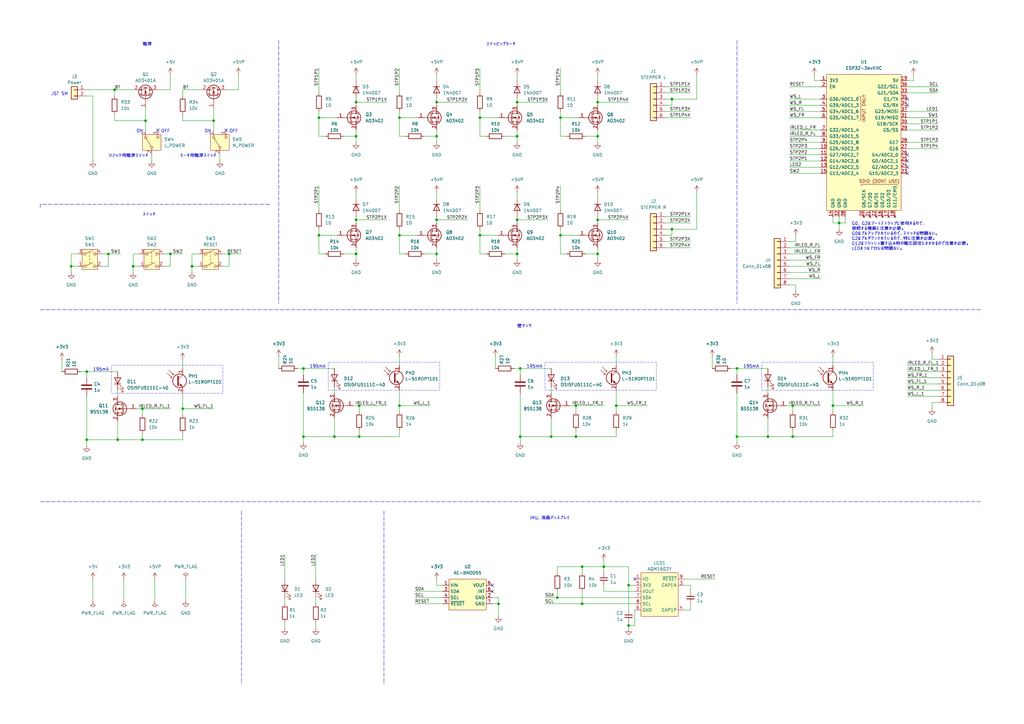
<source format=kicad_sch>
(kicad_sch (version 20250114) (generator "eeschema") (generator_version "9.0")
  (paper "A3")
  (title_block (title "2025 Stepper Micro Mouse Model-B (SPG27)") (date "2025-08-30") (rev "1") (company "Daisuke YAMASHITA"))
  (rectangle (start 45.72 149.86) (end 91.44 161.29) (stroke (width 0.1) (type dash)))
  (rectangle (start 312.42 148.59) (end 358.14 160.02) (stroke (width 0.1) (type dash)))
  (rectangle (start 223.52 148.59) (end 269.24 160.02) (stroke (width 0.1) (type dash)))
  (rectangle (start 134.62 148.59) (end 180.34 160.02) (stroke (width 0.1) (type dash)))
  (text "モータ用電源スイッチ" (at 88.9 64.77 0) (effects (font (size 1.27 1.27)) (justify right bottom)))
  (text "195mA" (at 304.8 151.13 0) (effects (font (size 1.27 1.27)) (justify left bottom)))
  (text "スイッチ" (at 58.42 88.9 0) (effects (font (size 1.27 1.27)) (justify left bottom)))
  (text "ON" (at 55.88 54.61 0) (effects (font (size 1.27 1.27)) (justify left bottom)))
  (text "OFF" (at 93.98 54.61 0) (effects (font (size 1.27 1.27)) (justify left bottom)))
  (text "JST SM" (at 27.94 39.37 0) (effects (font (size 1.27 1.27)) (justify right bottom)))
  (text "OFF" (at 66.04 54.61 0) (effects (font (size 1.27 1.27)) (justify left bottom)))
  (text "195mA" (at 215.9 151.13 0) (effects (font (size 1.27 1.27)) (justify left bottom)))
  (text "G0, G2はブートストラップに使用するので、\n接続する機器に注意が必要。\nG0はプルアップされているので、スイッチは問題ない。\nG2はプルダウンされているので、特に注意が必要。\nG12はフラッシュ書き込み時の電圧設定にかかわるので注意が必要。\nLEDをつなぐ分には問題ない。" (at 349.25 102.87 0) (effects (font (size 1.27 1.27)) (justify left bottom)))
  (text "IMU，液晶ディスプレイ" (at 217.17 213.36 0) (effects (font (size 1.27 1.27)) (justify left bottom)))
  (text "195mA" (at 127 151.13 0) (effects (font (size 1.27 1.27)) (justify left bottom)))
  (text "195mA" (at 38.1 152.4 0) (effects (font (size 1.27 1.27)) (justify left bottom)))
  (text "ロジック用電源スイッチ" (at 60.96 64.77 0) (effects (font (size 1.27 1.27)) (justify right bottom)))
  (text "ON" (at 83.82 54.61 0) (effects (font (size 1.27 1.27)) (justify left bottom)))
  (text "ステッピングモータ" (at 199.39 19.05 0) (effects (font (size 1.27 1.27)) (justify left bottom)))
  (text "電源" (at 58.42 19.05 0) (effects (font (size 1.27 1.27)) (justify left bottom)))
  (text "壁センサ" (at 212.09 134.62 0) (effects (font (size 1.27 1.27)) (justify left bottom)))
  (junction (at 59.69 49.53))
  (junction (at 212.09 90.17))
  (junction (at 245.11 41.91))
  (junction (at 87.63 49.53))
  (junction (at 212.09 41.91))
  (junction (at 247.65 232.41))
  (junction (at 124.46 151.13))
  (junction (at 147.32 166.37))
  (junction (at 257.81 240.03))
  (junction (at 245.11 90.17))
  (junction (at 78.74 109.22))
  (junction (at 229.87 96.52))
  (junction (at 44.45 104.14))
  (junction (at 344.17 91.44))
  (junction (at 302.26 179.07))
  (junction (at 179.07 41.91))
  (junction (at 196.85 96.52))
  (junction (at 147.32 179.07))
  (junction (at 124.46 179.07))
  (junction (at 58.42 167.64))
  (junction (at 46.99 36.83))
  (junction (at 252.73 166.37))
  (junction (at 212.09 104.14))
  (junction (at 245.11 104.14))
  (junction (at 275.59 93.98))
  (junction (at 212.09 55.88))
  (junction (at 48.26 180.34))
  (junction (at 29.21 109.22))
  (junction (at 213.36 151.13))
  (junction (at 179.07 90.17))
  (junction (at 228.6 245.11))
  (junction (at 245.11 55.88))
  (junction (at 130.81 96.52))
  (junction (at 93.98 104.14))
  (junction (at 213.36 179.07))
  (junction (at 236.22 179.07))
  (junction (at 35.56 180.34))
  (junction (at 130.81 48.26))
  (junction (at 163.83 96.52))
  (junction (at 238.76 247.65))
  (junction (at 314.96 179.07))
  (junction (at 325.12 166.37))
  (junction (at 196.85 48.26))
  (junction (at 302.26 151.13))
  (junction (at 325.12 179.07))
  (junction (at 163.83 166.37))
  (junction (at 236.22 166.37))
  (junction (at 146.05 41.91))
  (junction (at 74.93 167.64))
  (junction (at 275.59 40.64))
  (junction (at 54.61 109.22))
  (junction (at 146.05 104.14))
  (junction (at 163.83 48.26))
  (junction (at 146.05 90.17))
  (junction (at 204.47 247.65))
  (junction (at 179.07 55.88))
  (junction (at 58.42 180.34))
  (junction (at 179.07 104.14))
  (junction (at 238.76 232.41))
  (junction (at 137.16 179.07))
  (junction (at 69.85 104.14))
  (junction (at 226.06 179.07))
  (junction (at 341.63 166.37))
  (junction (at 35.56 152.4))
  (junction (at 257.81 256.54))
  (junction (at 146.05 55.88))
  (junction (at 229.87 48.26))
  (no_connect (at 64.77 53.34))
  (no_connect (at 372.11 40.64))
  (no_connect (at 92.71 53.34))
  (no_connect (at 372.11 71.12))
  (no_connect (at 372.11 63.5))
  (no_connect (at 372.11 68.58))
  (no_connect (at 260.35 237.49))
  (no_connect (at 201.93 242.57))
  (no_connect (at 372.11 43.18))
  (no_connect (at 372.11 66.04))
  (no_connect (at 201.93 240.03))
  (wire (pts (xy 334.01 33.02) (xy 334.01 30.48)))
  (wire (pts (xy 212.09 78.74) (xy 212.09 81.28)))
  (wire (pts (xy 74.93 49.53) (xy 87.63 49.53)))
  (wire (pts (xy 336.55 106.68) (xy 323.85 106.68)))
  (wire (pts (xy 210.82 151.13) (xy 213.36 151.13)))
  (wire (pts (xy 372.11 53.34) (xy 384.81 53.34)))
  (wire (pts (xy 374.65 33.02) (xy 374.65 30.48)))
  (wire (pts (xy 238.76 232.41) (xy 247.65 232.41)))
  (wire (pts (xy 229.87 104.14) (xy 232.41 104.14)))
  (wire (pts (xy 204.47 247.65) (xy 204.47 252.73)))
  (wire (pts (xy 247.65 240.03) (xy 247.65 242.57)))
  (wire (pts (xy 67.31 109.22) (xy 69.85 109.22)))
  (wire (pts (xy 130.81 76.2) (xy 130.81 86.36)))
  (wire (pts (xy 212.09 104.14) (xy 212.09 106.68)))
  (wire (pts (xy 323.85 66.04) (xy 336.55 66.04)))
  (wire (pts (xy 124.46 179.07) (xy 137.16 179.07)))
  (wire (pts (xy 146.05 41.91) (xy 146.05 43.18)))
  (wire (pts (xy 54.61 109.22) (xy 57.15 109.22)))
  (wire (pts (xy 372.11 45.72) (xy 384.81 45.72)))
  (wire (pts (xy 74.93 180.34) (xy 58.42 180.34)))
  (wire (pts (xy 170.18 247.65) (xy 181.61 247.65)))
  (wire (pts (xy 87.63 44.45) (xy 87.63 49.53)))
  (wire (pts (xy 163.83 160.02) (xy 163.83 166.37)))
  (wire (pts (xy 247.65 232.41) (xy 247.65 234.95)))
  (wire (pts (xy 163.83 166.37) (xy 176.53 166.37)))
  (wire (pts (xy 59.69 44.45) (xy 59.69 49.53)))
  (wire (pts (xy 64.77 36.83) (xy 69.85 36.83)))
  (wire (pts (xy 130.81 104.14) (xy 133.35 104.14)))
  (wire (pts (xy 33.02 152.4) (xy 35.56 152.4)))
  (wire (pts (xy 196.85 104.14) (xy 199.39 104.14)))
  (wire (pts (xy 41.91 104.14) (xy 44.45 104.14)))
  (wire (pts (xy 203.2 146.05) (xy 203.2 151.13)))
  (wire (pts (xy 137.16 158.75) (xy 137.16 161.29)))
  (wire (pts (xy 196.85 48.26) (xy 204.47 48.26)))
  (wire (pts (xy 245.11 101.6) (xy 245.11 104.14)))
  (wire (pts (xy 273.05 48.26) (xy 283.21 48.26)))
  (wire (pts (xy 35.56 162.56) (xy 35.56 180.34)))
  (wire (pts (xy 140.97 55.88) (xy 146.05 55.88)))
  (wire (pts (xy 213.36 179.07) (xy 213.36 181.61)))
  (wire (pts (xy 129.54 245.11) (xy 129.54 247.65)))
  (wire (pts (xy 124.46 151.13) (xy 137.16 151.13)))
  (wire (pts (xy 146.05 90.17) (xy 158.75 90.17)))
  (wire (pts (xy 326.39 99.06) (xy 326.39 96.52)))
  (wire (pts (xy 212.09 30.48) (xy 212.09 33.02)))
  (wire (pts (xy 326.39 116.84) (xy 323.85 116.84)))
  (wire (pts (xy 223.52 245.11) (xy 228.6 245.11)))
  (wire (pts (xy 228.6 245.11) (xy 260.35 245.11)))
  (wire (pts (xy 38.1 39.37) (xy 35.56 39.37)))
  (wire (pts (xy 228.6 234.95) (xy 228.6 232.41)))
  (wire (pts (xy 130.81 48.26) (xy 138.43 48.26)))
  (wire (pts (xy 336.55 111.76) (xy 323.85 111.76)))
  (wire (pts (xy 130.81 96.52) (xy 138.43 96.52)))
  (wire (pts (xy 212.09 101.6) (xy 212.09 104.14)))
  (wire (pts (xy 283.21 240.03) (xy 283.21 242.57)))
  (wire (pts (xy 74.93 36.83) (xy 74.93 39.37)))
  (wire (pts (xy 236.22 179.07) (xy 226.06 179.07)))
  (wire (pts (xy 372.11 157.48) (xy 384.81 157.48)))
  (wire (pts (xy 323.85 48.26) (xy 336.55 48.26)))
  (wire (pts (xy 226.06 171.45) (xy 226.06 179.07)))
  (wire (pts (xy 252.73 160.02) (xy 252.73 166.37)))
  (wire (pts (xy 240.03 55.88) (xy 245.11 55.88)))
  (wire (pts (xy 146.05 53.34) (xy 146.05 55.88)))
  (wire (pts (xy 323.85 60.96) (xy 336.55 60.96)))
  (wire (pts (xy 44.45 109.22) (xy 44.45 104.14)))
  (wire (pts (xy 280.67 237.49) (xy 293.37 237.49)))
  (wire (pts (xy 163.83 48.26) (xy 163.83 55.88)))
  (wire (pts (xy 273.05 45.72) (xy 283.21 45.72)))
  (wire (pts (xy 314.96 158.75) (xy 314.96 161.29)))
  (wire (pts (xy 130.81 93.98) (xy 130.81 96.52)))
  (wire (pts (xy 245.11 88.9) (xy 245.11 90.17)))
  (wire (pts (xy 323.85 99.06) (xy 326.39 99.06)))
  (wire (pts (xy 196.85 48.26) (xy 196.85 55.88)))
  (wire (pts (xy 229.87 96.52) (xy 229.87 104.14)))
  (wire (pts (xy 372.11 152.4) (xy 384.81 152.4)))
  (wire (pts (xy 238.76 247.65) (xy 260.35 247.65)))
  (wire (pts (xy 201.93 247.65) (xy 204.47 247.65)))
  (wire (pts (xy 323.85 35.56) (xy 336.55 35.56)))
  (wire (pts (xy 196.85 27.94) (xy 196.85 38.1)))
  (wire (pts (xy 179.07 237.49) (xy 179.07 240.03)))
  (wire (pts (xy 48.26 172.72) (xy 48.26 180.34)))
  (wire (pts (xy 326.39 119.38) (xy 326.39 116.84)))
  (wire (pts (xy 275.59 93.98) (xy 285.75 93.98)))
  (wire (pts (xy 233.68 166.37) (xy 236.22 166.37)))
  (wire (pts (xy 212.09 53.34) (xy 212.09 55.88)))
  (wire (pts (xy 245.11 104.14) (xy 245.11 106.68)))
  (polyline (pts (xy 16.51 205.74) (xy 402.59 205.74)) (stroke (width 0) (type dash)))
  (wire (pts (xy 146.05 101.6) (xy 146.05 104.14)))
  (wire (pts (xy 273.05 99.06) (xy 283.21 99.06)))
  (wire (pts (xy 129.54 227.33) (xy 129.54 237.49)))
  (wire (pts (xy 257.81 240.03) (xy 257.81 232.41)))
  (wire (pts (xy 170.18 242.57) (xy 181.61 242.57)))
  (wire (pts (xy 35.56 180.34) (xy 35.56 182.88)))
  (wire (pts (xy 325.12 166.37) (xy 325.12 168.91)))
  (wire (pts (xy 260.35 256.54) (xy 257.81 256.54)))
  (wire (pts (xy 38.1 39.37) (xy 38.1 66.04)))
  (wire (pts (xy 146.05 90.17) (xy 146.05 91.44)))
  (polyline (pts (xy 16.51 83.82) (xy 16.51 85.09)))
  (wire (pts (xy 257.81 240.03) (xy 260.35 240.03)))
  (wire (pts (xy 323.85 53.34) (xy 336.55 53.34)))
  (wire (pts (xy 245.11 41.91) (xy 257.81 41.91)))
  (wire (pts (xy 341.63 166.37) (xy 354.33 166.37)))
  (wire (pts (xy 325.12 166.37) (xy 336.55 166.37)))
  (wire (pts (xy 163.83 27.94) (xy 163.83 38.1)))
  (wire (pts (xy 147.32 179.07) (xy 137.16 179.07)))
  (wire (pts (xy 323.85 43.18) (xy 336.55 43.18)))
  (wire (pts (xy 257.81 240.03) (xy 257.81 250.19)))
  (wire (pts (xy 384.81 147.32) (xy 382.27 147.32)))
  (wire (pts (xy 212.09 55.88) (xy 212.09 58.42)))
  (wire (pts (xy 29.21 104.14) (xy 29.21 109.22)))
  (wire (pts (xy 252.73 179.07) (xy 236.22 179.07)))
  (wire (pts (xy 179.07 101.6) (xy 179.07 104.14)))
  (wire (pts (xy 201.93 245.11) (xy 204.47 245.11)))
  (wire (pts (xy 144.78 166.37) (xy 147.32 166.37)))
  (wire (pts (xy 179.07 40.64) (xy 179.07 41.91)))
  (wire (pts (xy 67.31 104.14) (xy 69.85 104.14)))
  (wire (pts (xy 179.07 90.17) (xy 191.77 90.17)))
  (wire (pts (xy 121.92 151.13) (xy 124.46 151.13)))
  (wire (pts (xy 245.11 40.64) (xy 245.11 41.91)))
  (wire (pts (xy 336.55 101.6) (xy 323.85 101.6)))
  (wire (pts (xy 273.05 40.64) (xy 275.59 40.64)))
  (wire (pts (xy 341.63 88.9) (xy 341.63 91.44)))
  (wire (pts (xy 372.11 50.8) (xy 384.81 50.8)))
  (wire (pts (xy 91.44 109.22) (xy 93.98 109.22)))
  (wire (pts (xy 179.07 41.91) (xy 179.07 43.18)))
  (wire (pts (xy 229.87 45.72) (xy 229.87 48.26)))
  (wire (pts (xy 212.09 40.64) (xy 212.09 41.91)))
  (wire (pts (xy 212.09 90.17) (xy 224.79 90.17)))
  (wire (pts (xy 245.11 30.48) (xy 245.11 33.02)))
  (wire (pts (xy 163.83 96.52) (xy 163.83 104.14)))
  (wire (pts (xy 229.87 55.88) (xy 232.41 55.88)))
  (wire (pts (xy 146.05 104.14) (xy 146.05 106.68)))
  (wire (pts (xy 323.85 58.42) (xy 336.55 58.42)))
  (wire (pts (xy 245.11 90.17) (xy 245.11 91.44)))
  (wire (pts (xy 382.27 147.32) (xy 382.27 144.78)))
  (wire (pts (xy 173.99 55.88) (xy 179.07 55.88)))
  (wire (pts (xy 35.56 152.4) (xy 35.56 154.94)))
  (wire (pts (xy 46.99 49.53) (xy 46.99 46.99)))
  (wire (pts (xy 302.26 151.13) (xy 302.26 153.67)))
  (wire (pts (xy 229.87 76.2) (xy 229.87 86.36)))
  (wire (pts (xy 273.05 91.44) (xy 283.21 91.44)))
  (wire (pts (xy 146.05 41.91) (xy 158.75 41.91)))
  (wire (pts (xy 196.85 96.52) (xy 204.47 96.52)))
  (wire (pts (xy 74.93 147.32) (xy 74.93 151.13)))
  (wire (pts (xy 90.17 63.5) (xy 90.17 66.04)))
  (wire (pts (xy 382.27 165.1) (xy 384.81 165.1)))
  (wire (pts (xy 163.83 104.14) (xy 166.37 104.14)))
  (wire (pts (xy 247.65 232.41) (xy 257.81 232.41)))
  (wire (pts (xy 292.1 146.05) (xy 292.1 151.13)))
  (wire (pts (xy 372.11 48.26) (xy 384.81 48.26)))
  (wire (pts (xy 196.85 96.52) (xy 196.85 104.14)))
  (wire (pts (xy 163.83 48.26) (xy 171.45 48.26)))
  (wire (pts (xy 247.65 242.57) (xy 260.35 242.57)))
  (wire (pts (xy 240.03 104.14) (xy 245.11 104.14)))
  (wire (pts (xy 207.01 104.14) (xy 212.09 104.14)))
  (wire (pts (xy 341.63 166.37) (xy 341.63 168.91)))
  (polyline (pts (xy 157.48 209.55) (xy 157.48 280.67)) (stroke (width 0) (type dash)))
  (wire (pts (xy 25.4 147.32) (xy 25.4 152.4)))
  (wire (pts (xy 46.99 49.53) (xy 59.69 49.53)))
  (wire (pts (xy 69.85 30.48) (xy 69.85 36.83)))
  (polyline (pts (xy 114.3 16.51) (xy 114.3 124.46)) (stroke (width 0) (type dash)))
  (wire (pts (xy 280.67 240.03) (xy 283.21 240.03)))
  (wire (pts (xy 163.83 176.53) (xy 163.83 179.07)))
  (wire (pts (xy 213.36 151.13) (xy 213.36 153.67)))
  (wire (pts (xy 179.07 55.88) (xy 179.07 58.42)))
  (wire (pts (xy 58.42 180.34) (xy 48.26 180.34)))
  (wire (pts (xy 124.46 151.13) (xy 124.46 153.67)))
  (wire (pts (xy 76.2 237.49) (xy 76.2 246.38)))
  (wire (pts (xy 238.76 234.95) (xy 238.76 232.41)))
  (wire (pts (xy 285.75 93.98) (xy 285.75 78.74)))
  (wire (pts (xy 226.06 158.75) (xy 226.06 161.29)))
  (wire (pts (xy 257.81 256.54) (xy 257.81 257.81)))
  (wire (pts (xy 179.07 78.74) (xy 179.07 81.28)))
  (wire (pts (xy 63.5 237.49) (xy 63.5 246.38)))
  (wire (pts (xy 323.85 68.58) (xy 336.55 68.58)))
  (wire (pts (xy 93.98 109.22) (xy 93.98 104.14)))
  (wire (pts (xy 146.05 30.48) (xy 146.05 33.02)))
  (wire (pts (xy 273.05 101.6) (xy 283.21 101.6)))
  (wire (pts (xy 323.85 55.88) (xy 336.55 55.88)))
  (wire (pts (xy 38.1 237.49) (xy 38.1 246.38)))
  (wire (pts (xy 372.11 58.42) (xy 384.81 58.42)))
  (wire (pts (xy 35.56 152.4) (xy 48.26 152.4)))
  (wire (pts (xy 146.05 78.74) (xy 146.05 81.28)))
  (wire (pts (xy 124.46 179.07) (xy 124.46 181.61)))
  (wire (pts (xy 58.42 167.64) (xy 58.42 170.18)))
  (wire (pts (xy 116.84 255.27) (xy 116.84 257.81)))
  (wire (pts (xy 62.23 63.5) (xy 62.23 66.04)))
  (wire (pts (xy 245.11 90.17) (xy 257.81 90.17)))
  (wire (pts (xy 213.36 151.13) (xy 226.06 151.13)))
  (wire (pts (xy 130.81 45.72) (xy 130.81 48.26)))
  (wire (pts (xy 336.55 33.02) (xy 334.01 33.02)))
  (wire (pts (xy 44.45 104.14) (xy 49.53 104.14)))
  (wire (pts (xy 196.85 45.72) (xy 196.85 48.26)))
  (wire (pts (xy 372.11 38.1) (xy 384.81 38.1)))
  (wire (pts (xy 273.05 93.98) (xy 275.59 93.98)))
  (polyline (pts (xy 99.06 209.55) (xy 99.06 280.67)) (stroke (width 0) (type dash)))
  (wire (pts (xy 212.09 88.9) (xy 212.09 90.17)))
  (wire (pts (xy 46.99 36.83) (xy 54.61 36.83)))
  (wire (pts (xy 229.87 96.52) (xy 237.49 96.52)))
  (wire (pts (xy 346.71 91.44) (xy 344.17 91.44)))
  (wire (pts (xy 336.55 109.22) (xy 323.85 109.22)))
  (wire (pts (xy 245.11 41.91) (xy 245.11 43.18)))
  (wire (pts (xy 78.74 111.76) (xy 78.74 109.22)))
  (polyline (pts (xy 110.49 83.82) (xy 16.51 83.82)) (stroke (width 0) (type dash)))
  (wire (pts (xy 163.83 45.72) (xy 163.83 48.26)))
  (wire (pts (xy 257.81 255.27) (xy 257.81 256.54)))
  (wire (pts (xy 275.59 40.64) (xy 285.75 40.64)))
  (wire (pts (xy 146.05 40.64) (xy 146.05 41.91)))
  (wire (pts (xy 54.61 104.14) (xy 54.61 109.22)))
  (wire (pts (xy 58.42 177.8) (xy 58.42 180.34)))
  (wire (pts (xy 163.83 96.52) (xy 171.45 96.52)))
  (wire (pts (xy 78.74 109.22) (xy 81.28 109.22)))
  (wire (pts (xy 336.55 114.3) (xy 323.85 114.3)))
  (wire (pts (xy 344.17 91.44) (xy 344.17 93.98)))
  (wire (pts (xy 229.87 27.94) (xy 229.87 38.1)))
  (wire (pts (xy 323.85 71.12) (xy 336.55 71.12)))
  (wire (pts (xy 280.67 250.19) (xy 283.21 250.19)))
  (wire (pts (xy 223.52 247.65) (xy 238.76 247.65)))
  (wire (pts (xy 146.05 55.88) (xy 146.05 58.42)))
  (wire (pts (xy 74.93 161.29) (xy 74.93 167.64)))
  (wire (pts (xy 196.85 76.2) (xy 196.85 86.36)))
  (wire (pts (xy 41.91 109.22) (xy 44.45 109.22)))
  (wire (pts (xy 179.07 41.91) (xy 191.77 41.91)))
  (wire (pts (xy 46.99 36.83) (xy 46.99 39.37)))
  (wire (pts (xy 130.81 96.52) (xy 130.81 104.14)))
  (wire (pts (xy 31.75 104.14) (xy 29.21 104.14)))
  (wire (pts (xy 346.71 88.9) (xy 346.71 91.44)))
  (wire (pts (xy 372.11 60.96) (xy 384.81 60.96)))
  (wire (pts (xy 55.88 167.64) (xy 58.42 167.64)))
  (wire (pts (xy 372.11 162.56) (xy 384.81 162.56)))
  (wire (pts (xy 147.32 166.37) (xy 158.75 166.37)))
  (wire (pts (xy 322.58 166.37) (xy 325.12 166.37)))
  (wire (pts (xy 228.6 232.41) (xy 238.76 232.41)))
  (wire (pts (xy 81.28 104.14) (xy 78.74 104.14)))
  (wire (pts (xy 147.32 176.53) (xy 147.32 179.07)))
  (wire (pts (xy 213.36 161.29) (xy 213.36 179.07)))
  (wire (pts (xy 273.05 35.56) (xy 283.21 35.56)))
  (wire (pts (xy 29.21 111.76) (xy 29.21 109.22)))
  (wire (pts (xy 124.46 161.29) (xy 124.46 179.07)))
  (wire (pts (xy 58.42 167.64) (xy 69.85 167.64)))
  (wire (pts (xy 325.12 179.07) (xy 314.96 179.07)))
  (wire (pts (xy 245.11 53.34) (xy 245.11 55.88)))
  (wire (pts (xy 87.63 49.53) (xy 87.63 53.34)))
  (wire (pts (xy 146.05 88.9) (xy 146.05 90.17)))
  (wire (pts (xy 163.83 179.07) (xy 147.32 179.07)))
  (wire (pts (xy 273.05 96.52) (xy 275.59 96.52)))
  (wire (pts (xy 341.63 91.44) (xy 344.17 91.44)))
  (wire (pts (xy 50.8 237.49) (xy 50.8 246.38)))
  (wire (pts (xy 252.73 166.37) (xy 252.73 168.91)))
  (wire (pts (xy 302.26 179.07) (xy 314.96 179.07)))
  (wire (pts (xy 236.22 176.53) (xy 236.22 179.07)))
  (wire (pts (xy 74.93 167.64) (xy 74.93 170.18)))
  (wire (pts (xy 341.63 179.07) (xy 325.12 179.07)))
  (wire (pts (xy 130.81 48.26) (xy 130.81 55.88)))
  (wire (pts (xy 372.11 149.86) (xy 384.81 149.86)))
  (wire (pts (xy 179.07 53.34) (xy 179.07 55.88)))
  (wire (pts (xy 275.59 43.18) (xy 275.59 40.64)))
  (wire (pts (xy 137.16 171.45) (xy 137.16 179.07)))
  (wire (pts (xy 273.05 88.9) (xy 283.21 88.9)))
  (wire (pts (xy 78.74 104.14) (xy 78.74 109.22)))
  (wire (pts (xy 314.96 171.45) (xy 314.96 179.07)))
  (wire (pts (xy 336.55 104.14) (xy 323.85 104.14)))
  (wire (pts (xy 238.76 242.57) (xy 238.76 247.65)))
  (wire (pts (xy 229.87 48.26) (xy 229.87 55.88)))
  (wire (pts (xy 302.26 151.13) (xy 314.96 151.13)))
  (wire (pts (xy 382.27 167.64) (xy 382.27 165.1)))
  (wire (pts (xy 252.73 176.53) (xy 252.73 179.07)))
  (wire (pts (xy 204.47 245.11) (xy 204.47 247.65)))
  (wire (pts (xy 130.81 55.88) (xy 133.35 55.88)))
  (wire (pts (xy 179.07 30.48) (xy 179.07 33.02)))
  (wire (pts (xy 163.83 166.37) (xy 163.83 168.91)))
  (wire (pts (xy 341.63 146.05) (xy 341.63 149.86)))
  (wire (pts (xy 302.26 161.29) (xy 302.26 179.07)))
  (wire (pts (xy 228.6 242.57) (xy 228.6 245.11)))
  (wire (pts (xy 212.09 90.17) (xy 212.09 91.44)))
  (wire (pts (xy 57.15 104.14) (xy 54.61 104.14)))
  (wire (pts (xy 170.18 245.11) (xy 181.61 245.11)))
  (wire (pts (xy 229.87 48.26) (xy 237.49 48.26)))
  (wire (pts (xy 163.83 146.05) (xy 163.83 149.86)))
  (wire (pts (xy 116.84 227.33) (xy 116.84 237.49)))
  (wire (pts (xy 54.61 111.76) (xy 54.61 109.22)))
  (wire (pts (xy 179.07 104.14) (xy 179.07 106.68)))
  (wire (pts (xy 325.12 176.53) (xy 325.12 179.07)))
  (wire (pts (xy 372.11 154.94) (xy 384.81 154.94)))
  (wire (pts (xy 116.84 245.11) (xy 116.84 247.65)))
  (wire (pts (xy 302.26 179.07) (xy 302.26 181.61)))
  (wire (pts (xy 252.73 166.37) (xy 265.43 166.37)))
  (wire (pts (xy 285.75 30.48) (xy 285.75 40.64)))
  (wire (pts (xy 245.11 78.74) (xy 245.11 81.28)))
  (polyline (pts (xy 16.51 127) (xy 402.59 127)) (stroke (width 0) (type dash)))
  (wire (pts (xy 372.11 160.02) (xy 384.81 160.02)))
  (wire (pts (xy 273.05 38.1) (xy 283.21 38.1)))
  (wire (pts (xy 372.11 35.56) (xy 384.81 35.56)))
  (wire (pts (xy 323.85 40.64) (xy 336.55 40.64)))
  (wire (pts (xy 97.79 30.48) (xy 97.79 36.83)))
  (wire (pts (xy 59.69 49.53) (xy 59.69 53.34)))
  (wire (pts (xy 69.85 109.22) (xy 69.85 104.14)))
  (wire (pts (xy 130.81 27.94) (xy 130.81 38.1)))
  (wire (pts (xy 92.71 36.83) (xy 97.79 36.83)))
  (wire (pts (xy 93.98 104.14) (xy 99.06 104.14)))
  (wire (pts (xy 29.21 109.22) (xy 31.75 109.22)))
  (wire (pts (xy 247.65 229.87) (xy 247.65 232.41)))
  (wire (pts (xy 163.83 93.98) (xy 163.83 96.52)))
  (wire (pts (xy 283.21 250.19) (xy 283.21 247.65)))
  (wire (pts (xy 140.97 104.14) (xy 146.05 104.14)))
  (wire (pts (xy 252.73 146.05) (xy 252.73 149.86)))
  (wire (pts (xy 323.85 63.5) (xy 336.55 63.5)))
  (wire (pts (xy 181.61 240.03) (xy 179.07 240.03)))
  (wire (pts (xy 299.72 151.13) (xy 302.26 151.13)))
  (wire (pts (xy 229.87 93.98) (xy 229.87 96.52)))
  (wire (pts (xy 163.83 55.88) (xy 166.37 55.88)))
  (wire (pts (xy 196.85 93.98) (xy 196.85 96.52)))
  (wire (pts (xy 179.07 90.17) (xy 179.07 91.44)))
  (wire (pts (xy 69.85 104.14) (xy 74.93 104.14)))
  (wire (pts (xy 245.11 55.88) (xy 245.11 58.42)))
  (wire (pts (xy 213.36 179.07) (xy 226.06 179.07)))
  (wire (pts (xy 273.05 43.18) (xy 275.59 43.18)))
  (wire (pts (xy 48.26 160.02) (xy 48.26 162.56)))
  (wire (pts (xy 163.83 76.2) (xy 163.83 86.36)))
  (wire (pts (xy 173.99 104.14) (xy 179.07 104.14)))
  (wire (pts (xy 35.56 36.83) (xy 46.99 36.83)))
  (wire (pts (xy 74.93 167.64) (xy 87.63 167.64)))
  (wire (pts (xy 35.56 180.34) (xy 48.26 180.34)))
  (wire (pts (xy 260.35 250.19) (xy 260.35 256.54)))
  (wire (pts (xy 114.3 146.05) (xy 114.3 151.13)))
  (wire (pts (xy 212.09 41.91) (xy 224.79 41.91)))
  (wire (pts (xy 147.32 166.37) (xy 147.32 168.91)))
  (wire (pts (xy 323.85 45.72) (xy 336.55 45.72)))
  (wire (pts (xy 74.93 46.99) (xy 74.93 49.53)))
  (wire (pts (xy 129.54 255.27) (xy 129.54 257.81)))
  (wire (pts (xy 344.17 88.9) (xy 344.17 91.44)))
  (wire (pts (xy 236.22 166.37) (xy 247.65 166.37)))
  (wire (pts (xy 196.85 55.88) (xy 199.39 55.88)))
  (wire (pts (xy 341.63 160.02) (xy 341.63 166.37)))
  (wire (pts (xy 341.63 176.53) (xy 341.63 179.07)))
  (wire (pts (xy 207.01 55.88) (xy 212.09 55.88)))
  (wire (pts (xy 212.09 41.91) (xy 212.09 43.18)))
  (wire (pts (xy 236.22 166.37) (xy 236.22 168.91)))
  (wire (pts (xy 91.44 104.14) (xy 93.98 104.14)))
  (wire (pts (xy 275.59 96.52) (xy 275.59 93.98)))
  (wire (pts (xy 74.93 36.83) (xy 82.55 36.83)))
  (wire (pts (xy 179.07 88.9) (xy 179.07 90.17)))
  (polyline (pts (xy 302.26 16.51) (xy 302.26 124.46)) (stroke (width 0) (type dash)))
  (wire (pts (xy 372.11 33.02) (xy 374.65 33.02)))
  (wire (pts (xy 74.93 177.8) (xy 74.93 180.34)))
  (label "WS_R" (at 336.55 111.76 180))
  (label "STP1P1X" (at 158.75 41.91 180))
  (label "IRLED_L_FR_1" (at 247.65 166.37 180))
  (label "WS_FR" (at 336.55 106.68 180))
  (label "WS_FL_1" (at 87.63 167.64 180))
  (label "SDA" (at 170.18 242.57 0))
  (label "WS_L" (at 336.55 114.3 180))
  (label "STP1P4X" (at 283.21 48.26 180))
  (label "STP2P3" (at 323.85 60.96 0))
  (label "WS_L" (at 323.85 40.64 0))
  (label "SW2" (at 74.93 104.14 180))
  (label "STP1P2" (at 163.83 27.94 270))
  (label "STP1P1" (at 384.81 50.8 180))
  (label "WS_R" (at 323.85 43.18 0))
  (label "LED1" (at 116.84 227.33 270))
  (label "STP1P3" (at 196.85 27.94 270))
  (label "IRLED_L_FR_1" (at 158.75 166.37 180))
  (label "STP2P4X" (at 283.21 101.6 180))
  (label "SCL" (at 223.52 247.65 0))
  (label "IRLED_L_FR" (at 336.55 104.14 180))
  (label "LED1" (at 384.81 45.72 180))
  (label "SDA" (at 223.52 245.11 0))
  (label "IRLED_R_FL_1" (at 336.55 166.37 180))
  (label "WS_FL" (at 323.85 45.72 0))
  (label "STP2P3" (at 196.85 76.2 270))
  (label "BT" (at 46.99 36.83 0))
  (label "SW1" (at 384.81 48.26 180))
  (label "STP1P4" (at 384.81 60.96 180))
  (label "IRLED_R_FL" (at 336.55 101.6 180))
  (label "STP1P2" (at 384.81 53.34 180))
  (label "STP1P2X" (at 191.77 41.91 180))
  (label "IRLED_R_FL_1" (at 372.11 149.86 0))
  (label "STP2P1" (at 323.85 66.04 0))
  (label "STP1P3" (at 384.81 58.42 180))
  (label "SW1" (at 49.53 104.14 180))
  (label "STP1P3X" (at 224.79 41.91 180))
  (label "RESET" (at 99.06 104.14 180))
  (label "STP2P2X" (at 191.77 90.17 180))
  (label "RESET" (at 170.18 247.65 0))
  (label "WS_FR_1" (at 372.11 154.94 0))
  (label "STP1P1X" (at 283.21 35.56 180))
  (label "WS_R_1" (at 354.33 166.37 180))
  (label "SCL" (at 170.18 245.11 0))
  (label "WS_FR_1" (at 265.43 166.37 180))
  (label "IRLED_R_FL" (at 323.85 55.88 0))
  (label "WS_FL" (at 336.55 109.22 180))
  (label "WS_FR" (at 323.85 48.26 0))
  (label "BT" (at 74.93 36.83 0))
  (label "STP2P1X" (at 158.75 90.17 180))
  (label "RESET" (at 323.85 35.56 0))
  (label "WS_FL_1" (at 372.11 157.48 0))
  (label "STP2P4" (at 323.85 58.42 0))
  (label "STP1P3X" (at 283.21 45.72 180))
  (label "STP2P1" (at 130.81 76.2 270))
  (label "STP2P4" (at 229.87 76.2 270))
  (label "WS_R_1" (at 372.11 160.02 0))
  (label "SW2" (at 323.85 71.12 0))
  (label "STP2P2" (at 163.83 76.2 270))
  (label "SDA" (at 384.81 38.1 180))
  (label "STP2P4X" (at 257.81 90.17 180))
  (label "IRLED_R_FL_1" (at 69.85 167.64 180))
  (label "RESET" (at 293.37 237.49 180))
  (label "WS_L_1" (at 372.11 162.56 0))
  (label "STP2P2X" (at 283.21 91.44 180))
  (label "STP2P3X" (at 224.79 90.17 180))
  (label "SCL" (at 384.81 35.56 180))
  (label "STP2P2" (at 323.85 63.5 0))
  (label "WS_L_1" (at 176.53 166.37 180))
  (label "LED2" (at 323.85 68.58 0))
  (label "STP1P2X" (at 283.21 38.1 180))
  (label "IRLED_L_FR_1" (at 372.11 152.4 0))
  (label "STP2P1X" (at 283.21 88.9 180))
  (label "LED2" (at 129.54 227.33 270))
  (label "STP2P3X" (at 283.21 99.06 180))
  (label "STP1P4X" (at 257.81 41.91 180))
  (label "STP1P1" (at 130.81 27.94 270))
  (label "IRLED_L_FR" (at 323.85 53.34 0))
  (label "STP1P4" (at 229.87 27.94 270))
  (symbol (lib_id "Device:R") (at 147.32 172.72 0) (unit 1)
    (property "Reference" "R25" (at 149.86 171.45 0) (effects (justify left)))
    (property "Value" "10k" (at 149.86 173.99 0) (effects (justify left)))
    (property "Footprint" "Resistor_SMD:R_0603_1608Metric" (effects (hide yes)))
  )
  (symbol (lib_id "Device:R") (at 46.99 43.18 0) (unit 1)
    (property "Reference" "R33" (at 49.53 41.91 0) (effects (justify left)))
    (property "Value" "10k" (at 49.53 44.45 0) (effects (justify left)))
    (property "Footprint" "Resistor_SMD:R_0603_1608Metric" (effects (hide yes)))
  )
  (symbol (lib_id "Device:R") (at 170.18 104.14 270) (unit 1)
    (property "Reference" "R16" (at 170.18 99.06 90))
    (property "Value" "10k" (at 170.18 101.6 90))
    (property "Footprint" "Resistor_SMD:R_0603_1608Metric" (effects (hide yes)))
  )
  (symbol (lib_name "+5VP_1") (lib_id "power:+5VP") (at 285.75 78.74 0) (unit 1)
    (property "Reference" "#PWR013" (effects (hide yes)))
    (property "Value" "+5VP" (at 285.75 73.66 0))
    (property "Description" "Power symbol creates a global label with name \"+5VP\"" (effects (hide yes)))
  )
  (symbol (lib_name "+5VP_1") (lib_id "power:+5VP") (at 245.11 30.48 0) (unit 1)
    (property "Reference" "#PWR031" (effects (hide yes)))
    (property "Value" "+5VP" (at 245.11 25.4 0))
    (property "Description" "Power symbol creates a global label with name \"+5VP\"" (effects (hide yes)))
  )
  (symbol (lib_name "GND_1") (lib_id "power:GND") (at 179.07 58.42 0) (unit 1)
    (property "Reference" "#PWR026" (effects (hide yes)))
    (property "Value" "GND" (at 179.07 63.5 0))
    (property "Description" "Power symbol creates a global label with name \"GND\" , ground" (effects (hide yes)))
  )
  (symbol (lib_id "Device:R") (at 236.22 172.72 0) (unit 1)
    (property "Reference" "R28" (at 238.76 171.45 0) (effects (justify left)))
    (property "Value" "10k" (at 238.76 173.99 0) (effects (justify left)))
    (property "Footprint" "Resistor_SMD:R_0603_1608Metric" (effects (hide yes)))
  )
  (symbol (lib_name "GND_1") (lib_id "power:GND") (at 124.46 181.61 0) (unit 1)
    (property "Reference" "#PWR044" (effects (hide yes)))
    (property "Value" "GND" (at 124.46 186.69 0))
    (property "Description" "Power symbol creates a global label with name \"GND\" , ground" (effects (hide yes)))
  )
  (symbol (lib_id "Device:R") (at 58.42 173.99 0) (unit 1)
    (property "Reference" "R22" (at 60.96 172.72 0) (effects (justify left)))
    (property "Value" "10k" (at 60.96 175.26 0) (effects (justify left)))
    (property "Footprint" "Resistor_SMD:R_0603_1608Metric" (effects (hide yes)))
  )
  (symbol (lib_id "Device:R") (at 74.93 43.18 0) (unit 1)
    (property "Reference" "R34" (at 77.47 41.91 0) (effects (justify left)))
    (property "Value" "10k" (at 77.47 44.45 0) (effects (justify left)))
    (property "Footprint" "Resistor_SMD:R_0603_1608Metric" (effects (hide yes)))
  )
  (symbol (lib_name "+3V3_1") (lib_id "power:+3V3") (at 292.1 146.05 0) (unit 1)
    (property "Reference" "#PWR049" (effects (hide yes)))
    (property "Value" "+3V3" (at 292.1 140.97 0))
    (property "Description" "Power symbol creates a global label with name \"+3V3\"" (effects (hide yes)))
  )
  (symbol (lib_id "Device:R") (at 341.63 172.72 0) (unit 1)
    (property "Reference" "R32" (at 344.17 171.45 0) (effects (justify left)))
    (property "Value" "1k" (at 344.17 173.99 0) (effects (justify left)))
    (property "Footprint" "Resistor_SMD:R_0603_1608Metric" (effects (hide yes)))
  )
  (symbol (lib_name "GND_1") (lib_id "power:GND") (at 76.2 246.38 0) (unit 1)
    (property "Reference" "#PWR012" (effects (hide yes)))
    (property "Value" "GND" (at 76.2 251.46 0))
    (property "Description" "Power symbol creates a global label with name \"GND\" , ground" (effects (hide yes)))
  )
  (symbol (lib_name "GND_1") (lib_id "power:GND") (at 245.11 58.42 0) (unit 1)
    (property "Reference" "#PWR030" (effects (hide yes)))
    (property "Value" "GND" (at 245.11 63.5 0))
    (property "Description" "Power symbol creates a global label with name \"GND\" , ground" (effects (hide yes)))
  )
  (symbol (lib_id "Device:D") (at 179.07 85.09 270) (unit 1)
    (property "Reference" "D8" (at 181.61 83.82 90) (effects (justify left)))
    (property "Value" "1N4007" (at 181.61 86.36 90) (effects (justify left)))
    (property "Footprint" "Diode_SMD:D_SOD-123F" (effects (hide yes)))
    (property "Sim.Device" "D" (effects (hide yes)))
    (property "Sim.Pins" "1=K 2=A" (effects (hide yes)))
  )
  (symbol (lib_id "Device:R") (at 29.21 152.4 90) (unit 1)
    (property "Reference" "R21" (at 27.9979 150.622 0) (effects (justify left)))
    (property "Value" "10" (at 30.4221 150.622 0) (effects (justify left)))
    (property "Footprint" "Resistor_SMD:R_0603_1608Metric" (effects (hide yes)))
  )
  (symbol (lib_name "+3V3_1") (lib_id "power:+3V3") (at 50.8 237.49 0) (unit 1)
    (property "Reference" "#PWR050" (effects (hide yes)))
    (property "Value" "+3V3" (at 50.8 232.41 0))
    (property "Description" "Power symbol creates a global label with name \"+3V3\"" (effects (hide yes)))
  )
  (symbol (lib_name "+5VP_1") (lib_id "power:+5VP") (at 63.5 237.49 0) (unit 1)
    (property "Reference" "#PWR023" (effects (hide yes)))
    (property "Value" "+5VP" (at 63.5 232.41 0))
    (property "Description" "Power symbol creates a global label with name \"+5VP\"" (effects (hide yes)))
  )
  (symbol (lib_name "LED_1") (lib_id "Device:LED") (at 226.06 154.94 90) (unit 1)
    (property "Reference" "D13" (at 229.87 155.2574 90) (effects (justify right)))
    (property "Value" "OSI5FU5111C-40" (at 229.87 157.7974 90) (effects (justify right)))
    (property "Footprint" "LED_THT:LED_D5.0mm_Horizontal_O3.81mm_Z9.0mm" (effects (hide yes)))
    (property "Description" "Light emitting diode" (effects (hide yes)))
    (property "Sim.Pins" "1=K 2=A" (effects (hide yes)))
  )
  (symbol (lib_id "Device:D") (at 212.09 85.09 270) (unit 1)
    (property "Reference" "D9" (at 214.63 83.82 90) (effects (justify left)))
    (property "Value" "1N4007" (at 214.63 86.36 90) (effects (justify left)))
    (property "Footprint" "Diode_SMD:D_SOD-123F" (effects (hide yes)))
    (property "Sim.Device" "D" (effects (hide yes)))
    (property "Sim.Pins" "1=K 2=A" (effects (hide yes)))
  )
  (symbol (lib_name "LED_1") (lib_id "Device:LED") (at 48.26 156.21 90) (unit 1)
    (property "Reference" "D11" (at 52.07 156.5274 90) (effects (justify right)))
    (property "Value" "OSI5FU5111C-40" (at 52.07 159.0674 90) (effects (justify right)))
    (property "Footprint" "LED_THT:LED_D5.0mm_Horizontal_O3.81mm_Z9.0mm" (effects (hide yes)))
    (property "Description" "Light emitting diode" (effects (hide yes)))
    (property "Sim.Pins" "1=K 2=A" (effects (hide yes)))
  )
  (symbol (lib_name "+5VP_1") (lib_id "power:+5VP") (at 179.07 78.74 0) (unit 1)
    (property "Reference" "#PWR035" (effects (hide yes)))
    (property "Value" "+5VP" (at 179.07 73.66 0))
    (property "Description" "Power symbol creates a global label with name \"+5VP\"" (effects (hide yes)))
  )
  (symbol (lib_id "power:PWR_FLAG") (at 50.8 246.38 180) (unit 1)
    (property "Reference" "#FLG02" (effects (hide yes)))
    (property "Value" "PWR_FLAG" (at 50.8 251.46 0))
  )
  (symbol (lib_id "Device:R") (at 229.87 41.91 180) (unit 1)
    (property "Reference" "R11" (at 232.41 40.64 0) (effects (justify right)))
    (property "Value" "10" (at 232.41 43.18 0) (effects (justify right)))
    (property "Footprint" "Resistor_SMD:R_0603_1608Metric" (effects (hide yes)))
  )
  (symbol (lib_id "Transistor_FET:Q_NMOS_GSD") (at 209.55 48.26 0) (unit 1)
    (property "Reference" "Q5" (at 215.9 46.9899 0) (effects (justify left)))
    (property "Value" "AO3402" (at 215.9 49.5299 0) (effects (justify left)))
    (property "Footprint" "Package_TO_SOT_SMD:SOT-23" (effects (hide yes)))
    (property "Description" "N-MOSFET transistor, gate/source/drain" (effects (hide yes)))
  )
  (symbol (lib_id "Switch:SW_SPDT") (at 90.17 58.42 90) (unit 1)
    (property "Reference" "SW5" (at 95.25 57.1499 90) (effects (justify right)))
    (property "Value" "M_POWER" (at 95.25 59.6899 90) (effects (justify right)))
    (property "Footprint" "MyLib:SS12D01G4" (effects (hide yes)))
    (property "Description" "Switch, single pole double throw" (effects (hide yes)))
  )
  (symbol (lib_id "Device:R") (at 137.16 104.14 270) (unit 1)
    (property "Reference" "R14" (at 137.16 99.06 90))
    (property "Value" "10k" (at 137.16 101.6 90))
    (property "Footprint" "Resistor_SMD:R_0603_1608Metric" (effects (hide yes)))
  )
  (symbol (lib_id "Connector_Generic:Conn_01x08") (at 318.77 106.68 0) (mirror y) (unit 1)
    (property "Reference" "J4" (at 316.23 106.6799 0) (effects (justify left)))
    (property "Value" "Conn_01x08" (at 316.23 109.2199 0) (effects (justify left)))
    (property "Footprint" "Connector_PinSocket_2.54mm:PinSocket_1x08_P2.54mm_Vertical" (effects (hide yes)))
    (property "Description" "Generic connector, single row, 01x08, script generated (kicad-library-utils/schlib/autogen/connector/)" (effects (hide yes)))
  )
  (symbol (lib_id "Device:Q_Photo_NPN") (at 339.09 154.94 0) (unit 1)
    (property "Reference" "PH4" (at 343.9414 152.9786 0) (effects (justify left)))
    (property "Value" "L-51ROPT1D1" (at 343.9414 155.4028 0) (effects (justify left)))
    (property "Footprint" "LED_THT:LED_D5.0mm_Horizontal_O6.35mm_Z15.0mm" (effects (hide yes)))
  )
  (symbol (lib_id "Device:C_Small") (at 247.65 237.49 0) (unit 1)
    (property "Reference" "C1" (at 250.19 236.2263 0) (effects (justify left)))
    (property "Value" "1u" (at 250.19 238.7663 0) (effects (justify left)))
    (property "Footprint" "Capacitor_SMD:C_0603_1608Metric" (effects (hide yes)))
  )
  (symbol (lib_id "Device:R") (at 295.91 151.13 90) (unit 1)
    (property "Reference" "R30" (at 294.6979 149.352 0) (effects (justify left)))
    (property "Value" "10" (at 297.1221 149.352 0) (effects (justify left)))
    (property "Footprint" "Resistor_SMD:R_0603_1608Metric" (effects (hide yes)))
  )
  (symbol (lib_id "Device:R") (at 116.84 251.46 180) (unit 1)
    (property "Reference" "R1" (at 118.618 250.2479 0) (effects (justify right)))
    (property "Value" "1k" (at 118.618 252.6721 0) (effects (justify right)))
    (property "Footprint" "Resistor_SMD:R_0603_1608Metric" (effects (hide yes)))
  )
  (symbol (lib_id "Device:C_Small") (at 257.81 252.73 0) (mirror y) (unit 1)
    (property "Reference" "C2" (at 255.4859 251.5242 0) (effects (justify left)))
    (property "Value" "1u" (at 255.4859 253.9484 0) (effects (justify left)))
    (property "Footprint" "Capacitor_SMD:C_0603_1608Metric" (effects (hide yes)))
  )
  (symbol (lib_id "MyLib2:AE-BNO055") (at 191.77 242.57 0) (unit 1)
    (property "Reference" "U2" (at 191.77 232.41 0))
    (property "Value" "AE-BNO055" (at 191.77 234.95 0))
    (property "Footprint" "MyLib:AE-BNO055" (effects (hide yes)))
  )
  (symbol (lib_id "Device:R") (at 229.87 90.17 180) (unit 1)
    (property "Reference" "R19" (at 232.41 88.9 0) (effects (justify right)))
    (property "Value" "10" (at 232.41 91.44 0) (effects (justify right)))
    (property "Footprint" "Resistor_SMD:R_0603_1608Metric" (effects (hide yes)))
  )
  (symbol (lib_name "GND_1") (lib_id "power:GND") (at 245.11 106.68 0) (unit 1)
    (property "Reference" "#PWR038" (effects (hide yes)))
    (property "Value" "GND" (at 245.11 111.76 0))
    (property "Description" "Power symbol creates a global label with name \"GND\" , ground" (effects (hide yes)))
  )
  (symbol (lib_name "GND_1") (lib_id "power:GND") (at 213.36 181.61 0) (unit 1)
    (property "Reference" "#PWR045" (effects (hide yes)))
    (property "Value" "GND" (at 213.36 186.69 0))
    (property "Description" "Power symbol creates a global label with name \"GND\" , ground" (effects (hide yes)))
  )
  (symbol (lib_name "LED_2") (lib_id "Device:LED") (at 116.84 241.3 90) (unit 1)
    (property "Reference" "D1" (at 120.65 241.6174 90) (effects (justify right)))
    (property "Value" "LED" (at 120.65 244.1574 90) (effects (justify right)))
    (property "Footprint" "LED_THT:LED_D5.0mm" (effects (hide yes)))
    (property "Description" "Light emitting diode" (effects (hide yes)))
    (property "Sim.Pins" "1=K 2=A" (effects (hide yes)))
  )
  (symbol (lib_id "Device:R") (at 325.12 172.72 0) (unit 1)
    (property "Reference" "R31" (at 327.66 171.45 0) (effects (justify left)))
    (property "Value" "10k" (at 327.66 173.99 0) (effects (justify left)))
    (property "Footprint" "Resistor_SMD:R_0603_1608Metric" (effects (hide yes)))
  )
  (symbol (lib_id "Device:R") (at 252.73 172.72 0) (unit 1)
    (property "Reference" "R29" (at 255.27 171.45 0) (effects (justify left)))
    (property "Value" "1k" (at 255.27 173.99 0) (effects (justify left)))
    (property "Footprint" "Resistor_SMD:R_0603_1608Metric" (effects (hide yes)))
  )
  (symbol (lib_name "+5VP_1") (lib_id "power:+5VP") (at 285.75 30.48 0) (unit 1)
    (property "Reference" "#PWR09" (effects (hide yes)))
    (property "Value" "+5VP" (at 285.75 25.4 0))
    (property "Description" "Power symbol creates a global label with name \"+5VP\"" (effects (hide yes)))
  )
  (symbol (lib_name "+5VP_1") (lib_id "power:+5VP") (at 245.11 78.74 0) (unit 1)
    (property "Reference" "#PWR039" (effects (hide yes)))
    (property "Value" "+5VP" (at 245.11 73.66 0))
    (property "Description" "Power symbol creates a global label with name \"+5VP\"" (effects (hide yes)))
  )
  (symbol (lib_id "Device:R") (at 74.93 173.99 0) (unit 1)
    (property "Reference" "R23" (at 77.47 172.72 0) (effects (justify left)))
    (property "Value" "1k" (at 77.47 175.26 0) (effects (justify left)))
    (property "Footprint" "Resistor_SMD:R_0603_1608Metric" (effects (hide yes)))
  )
  (symbol (lib_id "Transistor_FET:Q_PMOS_GSD") (at 87.63 39.37 270) (mirror x) (unit 1)
    (property "Reference" "Q2" (at 87.63 30.48 90))
    (property "Value" "AO3401A" (at 87.63 33.02 90))
    (property "Footprint" "Package_TO_SOT_SMD:SOT-23" (effects (hide yes)))
    (property "Description" "P-MOSFET transistor, gate/source/drain" (effects (hide yes)))
  )
  (symbol (lib_name "+3V3_1") (lib_id "power:+3V3") (at 382.27 144.78 0) (unit 1)
    (property "Reference" "#PWR017" (effects (hide yes)))
    (property "Value" "+3V3" (at 382.27 139.7 0))
    (property "Description" "Power symbol creates a global label with name \"+3V3\"" (effects (hide yes)))
  )
  (symbol (lib_name "GND_1") (lib_id "power:GND") (at 326.39 119.38 0) (unit 1)
    (property "Reference" "#PWR014" (effects (hide yes)))
    (property "Value" "GND" (at 326.39 124.46 0))
    (property "Description" "Power symbol creates a global label with name \"GND\" , ground" (effects (hide yes)))
  )
  (symbol (lib_name "GND_1") (lib_id "power:GND") (at 116.84 257.81 0) (unit 1)
    (property "Reference" "#PWR016" (effects (hide yes)))
    (property "Value" "GND" (at 116.84 262.89 0))
    (property "Description" "Power symbol creates a global label with name \"GND\" , ground" (effects (hide yes)))
  )
  (symbol (lib_name "+3V3_1") (lib_id "power:+3V3") (at 247.65 229.87 0) (unit 1)
    (property "Reference" "#PWR051" (effects (hide yes)))
    (property "Value" "+3V3" (at 247.65 224.79 0))
    (property "Description" "Power symbol creates a global label with name \"+3V3\"" (effects (hide yes)))
  )
  (symbol (lib_id "Device:R") (at 130.81 90.17 180) (unit 1)
    (property "Reference" "R13" (at 133.35 88.9 0) (effects (justify right)))
    (property "Value" "10" (at 133.35 91.44 0) (effects (justify right)))
    (property "Footprint" "Resistor_SMD:R_0603_1608Metric" (effects (hide yes)))
  )
  (symbol (lib_id "Device:C") (at 213.36 157.48 0) (unit 1)
    (property "Reference" "C6" (at 216.281 156.2679 0) (effects (justify left)))
    (property "Value" "1u" (at 216.281 158.6921 0) (effects (justify left)))
    (property "Footprint" "Capacitor_SMD:C_0603_1608Metric" (effects (hide yes)))
    (property "JLCPCB" "C28323" (effects (hide yes)))
  )
  (symbol (lib_id "Device:C") (at 35.56 158.75 0) (unit 1)
    (property "Reference" "C4" (at 38.481 157.5379 0) (effects (justify left)))
    (property "Value" "1u" (at 38.481 159.9621 0) (effects (justify left)))
    (property "Footprint" "Capacitor_SMD:C_0603_1608Metric" (effects (hide yes)))
    (property "JLCPCB" "C28323" (effects (hide yes)))
  )
  (symbol (lib_name "GND_1") (lib_id "power:GND") (at 257.81 257.81 0) (unit 1)
    (property "Reference" "#PWR024" (effects (hide yes)))
    (property "Value" "GND" (at 257.81 262.89 0))
    (property "Description" "Power symbol creates a global label with name \"GND\" , ground" (effects (hide yes)))
  )
  (symbol (lib_name "GND_1") (lib_id "power:GND") (at 35.56 182.88 0) (unit 1)
    (property "Reference" "#PWR054" (effects (hide yes)))
    (property "Value" "GND" (at 35.56 187.96 0))
    (property "Description" "Power symbol creates a global label with name \"GND\" , ground" (effects (hide yes)))
  )
  (symbol (lib_id "Device:R") (at 130.81 41.91 180) (unit 1)
    (property "Reference" "R5" (at 133.35 40.64 0) (effects (justify right)))
    (property "Value" "10" (at 133.35 43.18 0) (effects (justify right)))
    (property "Footprint" "Resistor_SMD:R_0603_1608Metric" (effects (hide yes)))
  )
  (symbol (lib_name "+5VP_1") (lib_id "power:+5VP") (at 146.05 30.48 0) (unit 1)
    (property "Reference" "#PWR025" (effects (hide yes)))
    (property "Value" "+5VP" (at 146.05 25.4 0))
    (property "Description" "Power symbol creates a global label with name \"+5VP\"" (effects (hide yes)))
  )
  (symbol (lib_name "+5VP_1") (lib_id "power:+5VP") (at 179.07 30.48 0) (unit 1)
    (property "Reference" "#PWR027" (effects (hide yes)))
    (property "Value" "+5VP" (at 179.07 25.4 0))
    (property "Description" "Power symbol creates a global label with name \"+5VP\"" (effects (hide yes)))
  )
  (symbol (lib_id "Transistor_FET:Q_NMOS_GSD") (at 143.51 96.52 0) (unit 1)
    (property "Reference" "Q7" (at 149.86 95.2499 0) (effects (justify left)))
    (property "Value" "AO3402" (at 149.86 97.7899 0) (effects (justify left)))
    (property "Footprint" "Package_TO_SOT_SMD:SOT-23" (effects (hide yes)))
    (property "Description" "N-MOSFET transistor, gate/source/drain" (effects (hide yes)))
  )
  (symbol (lib_id "Device:D") (at 245.11 85.09 270) (unit 1)
    (property "Reference" "D10" (at 247.65 83.82 90) (effects (justify left)))
    (property "Value" "1N4007" (at 247.65 86.36 90) (effects (justify left)))
    (property "Footprint" "Diode_SMD:D_SOD-123F" (effects (hide yes)))
    (property "Sim.Device" "D" (effects (hide yes)))
    (property "Sim.Pins" "1=K 2=A" (effects (hide yes)))
  )
  (symbol (lib_id "Device:R") (at 137.16 55.88 270) (unit 1)
    (property "Reference" "R6" (at 137.16 50.8 90))
    (property "Value" "10k" (at 137.16 53.34 90))
    (property "Footprint" "Resistor_SMD:R_0603_1608Metric" (effects (hide yes)))
  )
  (symbol (lib_name "GND_1") (lib_id "power:GND") (at 146.05 106.68 0) (unit 1)
    (property "Reference" "#PWR032" (effects (hide yes)))
    (property "Value" "GND" (at 146.05 111.76 0))
    (property "Description" "Power symbol creates a global label with name \"GND\" , ground" (effects (hide yes)))
  )
  (symbol (lib_name "GND_1") (lib_id "power:GND") (at 212.09 106.68 0) (unit 1)
    (property "Reference" "#PWR036" (effects (hide yes)))
    (property "Value" "GND" (at 212.09 111.76 0))
    (property "Description" "Power symbol creates a global label with name \"GND\" , ground" (effects (hide yes)))
  )
  (symbol (lib_id "Connector_Generic:Conn_01x08") (at 389.89 154.94 0) (unit 1)
    (property "Reference" "J5" (at 392.43 154.9399 0) (effects (justify left)))
    (property "Value" "Conn_01x08" (at 392.43 157.4799 0) (effects (justify left)))
    (property "Footprint" "Connector_PinSocket_2.54mm:PinSocket_1x08_P2.54mm_Vertical" (effects (hide yes)))
    (property "Description" "Generic connector, single row, 01x08, script generated (kicad-library-utils/schlib/autogen/connector/)" (effects (hide yes)))
  )
  (symbol (lib_id "Connector_Generic:Conn_01x06") (at 267.97 40.64 0) (mirror y) (unit 1)
    (property "Reference" "J1" (at 267.97 29.21 0))
    (property "Value" "STEPPER L" (at 267.97 31.75 0))
    (property "Footprint" "Connector_JST:JST_PH_B6B-PH-K_1x06_P2.00mm_Vertical" (effects (hide yes)))
    (property "Description" "Generic connector, single row, 01x06, script generated (kicad-library-utils/schlib/autogen/connector/)" (effects (hide yes)))
  )
  (symbol (lib_id "Device:R") (at 170.18 55.88 270) (unit 1)
    (property "Reference" "R8" (at 170.18 50.8 90))
    (property "Value" "10k" (at 170.18 53.34 90))
    (property "Footprint" "Resistor_SMD:R_0603_1608Metric" (effects (hide yes)))
  )
  (symbol (lib_id "Device:D") (at 245.11 36.83 270) (unit 1)
    (property "Reference" "D6" (at 247.65 35.56 90) (effects (justify left)))
    (property "Value" "1N4007" (at 247.65 38.1 90) (effects (justify left)))
    (property "Footprint" "Diode_SMD:D_SOD-123F" (effects (hide yes)))
    (property "Sim.Device" "D" (effects (hide yes)))
    (property "Sim.Pins" "1=K 2=A" (effects (hide yes)))
  )
  (symbol (lib_id "Device:R") (at 236.22 55.88 270) (unit 1)
    (property "Reference" "R12" (at 236.22 50.8 90))
    (property "Value" "10k" (at 236.22 53.34 90))
    (property "Footprint" "Resistor_SMD:R_0603_1608Metric" (effects (hide yes)))
  )
  (symbol (lib_name "+5V_1") (lib_id "power:+5V") (at 374.65 30.48 0) (unit 1)
    (property "Reference" "#PWR040" (effects (hide yes)))
    (property "Value" "+5V" (at 374.65 25.4 0))
    (property "Description" "Power symbol creates a global label with name \"+5V\"" (effects (hide yes)))
  )
  (symbol (lib_id "MyLib2:ESP32-DevKitC") (at 354.33 58.42 0) (unit 1)
    (property "Reference" "U1" (at 354.33 25.4 0))
    (property "Value" "ESP32-DevKitC" (at 354.33 27.94 0))
    (property "Footprint" "MyLib:ESP32-DevKitC" (effects (hide yes)))
    (property "Description" "Espressif ESP32 DevKitC" (effects (hide yes)))
  )
  (symbol (lib_id "Device:D") (at 212.09 36.83 270) (unit 1)
    (property "Reference" "D5" (at 214.63 35.56 90) (effects (justify left)))
    (property "Value" "1N4007" (at 214.63 38.1 90) (effects (justify left)))
    (property "Footprint" "Diode_SMD:D_SOD-123F" (effects (hide yes)))
    (property "Sim.Device" "D" (effects (hide yes)))
    (property "Sim.Pins" "1=K 2=A" (effects (hide yes)))
  )
  (symbol (lib_name "+3V3_1") (lib_id "power:+3V3") (at 334.01 30.48 0) (unit 1)
    (property "Reference" "#PWR021" (effects (hide yes)))
    (property "Value" "+3V3" (at 334.01 25.4 0))
    (property "Description" "Power symbol creates a global label with name \"+3V3\"" (effects (hide yes)))
  )
  (symbol (lib_id "Switch:SW_DPST") (at 62.23 106.68 0) (unit 1)
    (property "Reference" "SW2" (at 62.23 97.79 0))
    (property "Value" "SW2" (at 62.23 100.33 0))
    (property "Footprint" "MyLib:DTS-6-V-2" (effects (hide yes)))
    (property "Description" "Double Pole Single Throw (DPST) Switch" (effects (hide yes)))
  )
  (symbol (lib_id "Device:R") (at 207.01 151.13 90) (unit 1)
    (property "Reference" "R27" (at 205.7979 149.352 0) (effects (justify left)))
    (property "Value" "10" (at 208.2221 149.352 0) (effects (justify left)))
    (property "Footprint" "Resistor_SMD:R_0603_1608Metric" (effects (hide yes)))
  )
  (symbol (lib_id "power:PWR_FLAG") (at 76.2 237.49 0) (unit 1)
    (property "Reference" "#FLG05" (effects (hide yes)))
    (property "Value" "PWR_FLAG" (at 76.2 232.41 0))
  )
  (symbol (lib_id "Device:R") (at 163.83 41.91 180) (unit 1)
    (property "Reference" "R7" (at 166.37 40.64 0) (effects (justify right)))
    (property "Value" "10" (at 166.37 43.18 0) (effects (justify right)))
    (property "Footprint" "Resistor_SMD:R_0603_1608Metric" (effects (hide yes)))
  )
  (symbol (lib_id "Device:Q_Photo_NPN") (at 250.19 154.94 0) (unit 1)
    (property "Reference" "PH3" (at 255.0414 152.9786 0) (effects (justify left)))
    (property "Value" "L-51ROPT1D1" (at 255.0414 155.4028 0) (effects (justify left)))
    (property "Footprint" "LED_THT:LED_D5.0mm_Horizontal_O6.35mm_Z15.0mm" (effects (hide yes)))
  )
  (symbol (lib_id "MyLib2:AQM1602Y") (at 270.51 242.57 0) (unit 1)
    (property "Reference" "LCD1" (at 270.51 230.9327 0))
    (property "Value" "AQM1602Y" (at 270.51 233.3569 0))
    (property "Footprint" "MyLib:AQM1602Y" (effects (hide yes)))
  )
  (symbol (lib_id "Device:R") (at 163.83 172.72 0) (unit 1)
    (property "Reference" "R26" (at 166.37 171.45 0) (effects (justify left)))
    (property "Value" "1k" (at 166.37 173.99 0) (effects (justify left)))
    (property "Footprint" "Resistor_SMD:R_0603_1608Metric" (effects (hide yes)))
  )
  (symbol (lib_name "+3V3_1") (lib_id "power:+3V3") (at 203.2 146.05 0) (unit 1)
    (property "Reference" "#PWR053" (effects (hide yes)))
    (property "Value" "+3V3" (at 203.2 140.97 0))
    (property "Description" "Power symbol creates a global label with name \"+3V3\"" (effects (hide yes)))
  )
  (symbol (lib_name "GND_1") (lib_id "power:GND") (at 90.17 66.04 0) (unit 1)
    (property "Reference" "#PWR02" (effects (hide yes)))
    (property "Value" "GND" (at 90.17 71.12 0))
    (property "Description" "Power symbol creates a global label with name \"GND\" , ground" (effects (hide yes)))
  )
  (symbol (lib_name "GND_1") (lib_id "power:GND") (at 344.17 93.98 0) (unit 1)
    (property "Reference" "#PWR020" (effects (hide yes)))
    (property "Value" "GND" (at 344.17 99.06 0))
    (property "Description" "Power symbol creates a global label with name \"GND\" , ground" (effects (hide yes)))
  )
  (symbol (lib_id "Device:Q_Photo_NPN") (at 161.29 154.94 0) (unit 1)
    (property "Reference" "PH2" (at 166.1414 152.9786 0) (effects (justify left)))
    (property "Value" "L-51ROPT1D1" (at 166.1414 155.4028 0) (effects (justify left)))
    (property "Footprint" "LED_THT:LED_D5.0mm_Horizontal_O6.35mm_Z15.0mm" (effects (hide yes)))
  )
  (symbol (lib_name "GND_1") (lib_id "power:GND") (at 212.09 58.42 0) (unit 1)
    (property "Reference" "#PWR028" (effects (hide yes)))
    (property "Value" "GND" (at 212.09 63.5 0))
    (property "Description" "Power symbol creates a global label with name \"GND\" , ground" (effects (hide yes)))
  )
  (symbol (lib_name "GND_1") (lib_id "power:GND") (at 382.27 167.64 0) (unit 1)
    (property "Reference" "#PWR015" (effects (hide yes)))
    (property "Value" "GND" (at 382.27 172.72 0))
    (property "Description" "Power symbol creates a global label with name \"GND\" , ground" (effects (hide yes)))
  )
  (symbol (lib_id "Transistor_FET:Q_NMOS_GSD") (at 139.7 166.37 0) (mirror y) (unit 1)
    (property "Reference" "Q12" (at 133.35 165.0999 0) (effects (justify left)))
    (property "Value" "BSS138" (at 133.35 167.6399 0) (effects (justify left)))
    (property "Footprint" "Package_TO_SOT_SMD:SOT-23" (effects (hide yes)))
    (property "Description" "N-MOSFET transistor, gate/source/drain" (effects (hide yes)))
  )
  (symbol (lib_id "Device:R") (at 129.54 251.46 0) (unit 1)
    (property "Reference" "R2" (at 131.318 250.2479 0) (effects (justify left)))
    (property "Value" "1k" (at 131.318 252.6721 0) (effects (justify left)))
    (property "Footprint" "Resistor_SMD:R_0603_1608Metric" (effects (hide yes)))
  )
  (symbol (lib_id "Transistor_FET:Q_NMOS_GSD") (at 242.57 48.26 0) (unit 1)
    (property "Reference" "Q6" (at 248.92 46.9899 0) (effects (justify left)))
    (property "Value" "AO3402" (at 248.92 49.5299 0) (effects (justify left)))
    (property "Footprint" "Package_TO_SOT_SMD:SOT-23" (effects (hide yes)))
    (property "Description" "N-MOSFET transistor, gate/source/drain" (effects (hide yes)))
  )
  (symbol (lib_id "Transistor_FET:Q_NMOS_GSD") (at 176.53 96.52 0) (unit 1)
    (property "Reference" "Q8" (at 182.88 95.2499 0) (effects (justify left)))
    (property "Value" "AO3402" (at 182.88 97.7899 0) (effects (justify left)))
    (property "Footprint" "Package_TO_SOT_SMD:SOT-23" (effects (hide yes)))
    (property "Description" "N-MOSFET transistor, gate/source/drain" (effects (hide yes)))
  )
  (symbol (lib_id "Device:C") (at 302.26 157.48 0) (unit 1)
    (property "Reference" "C7" (at 305.181 156.2679 0) (effects (justify left)))
    (property "Value" "1u" (at 305.181 158.6921 0) (effects (justify left)))
    (property "Footprint" "Capacitor_SMD:C_0603_1608Metric" (effects (hide yes)))
    (property "JLCPCB" "C28323" (effects (hide yes)))
  )
  (symbol (lib_name "+3V3_1") (lib_id "power:+3V3") (at 25.4 147.32 0) (unit 1)
    (property "Reference" "#PWR047" (effects (hide yes)))
    (property "Value" "+3V3" (at 25.4 142.24 0))
    (property "Description" "Power symbol creates a global label with name \"+3V3\"" (effects (hide yes)))
  )
  (symbol (lib_id "Switch:SW_SPDT") (at 62.23 58.42 90) (unit 1)
    (property "Reference" "SW4" (at 67.31 57.1499 90) (effects (justify right)))
    (property "Value" "L_POWER" (at 67.31 59.6899 90) (effects (justify right)))
    (property "Footprint" "MyLib:SS12D01G4" (effects (hide yes)))
    (property "Description" "Switch, single pole double throw" (effects (hide yes)))
  )
  (symbol (lib_name "GND_1") (lib_id "power:GND") (at 54.61 111.76 0) (unit 1)
    (property "Reference" "#PWR06" (effects (hide yes)))
    (property "Value" "GND" (at 54.61 116.84 0))
    (property "Description" "Power symbol creates a global label with name \"GND\" , ground" (effects (hide yes)))
  )
  (symbol (lib_name "GND_1") (lib_id "power:GND") (at 62.23 66.04 0) (unit 1)
    (property "Reference" "#PWR01" (effects (hide yes)))
    (property "Value" "GND" (at 62.23 71.12 0))
    (property "Description" "Power symbol creates a global label with name \"GND\" , ground" (effects (hide yes)))
  )
  (symbol (lib_id "Device:C_Small") (at 283.21 245.11 0) (unit 1)
    (property "Reference" "C3" (at 285.75 243.8463 0) (effects (justify left)))
    (property "Value" "1u" (at 285.75 246.3863 0) (effects (justify left)))
    (property "Footprint" "Capacitor_SMD:C_0603_1608Metric" (effects (hide yes)))
  )
  (symbol (lib_name "LED_2") (lib_id "Device:LED") (at 129.54 241.3 90) (unit 1)
    (property "Reference" "D2" (at 133.35 241.6174 90) (effects (justify right)))
    (property "Value" "LED" (at 133.35 244.1574 90) (effects (justify right)))
    (property "Footprint" "LED_THT:LED_D5.0mm" (effects (hide yes)))
    (property "Description" "Light emitting diode" (effects (hide yes)))
    (property "Sim.Pins" "1=K 2=A" (effects (hide yes)))
  )
  (symbol (lib_id "Device:R") (at 196.85 41.91 180) (unit 1)
    (property "Reference" "R9" (at 199.39 40.64 0) (effects (justify right)))
    (property "Value" "10" (at 199.39 43.18 0) (effects (justify right)))
    (property "Footprint" "Resistor_SMD:R_0603_1608Metric" (effects (hide yes)))
  )
  (symbol (lib_id "Device:R") (at 196.85 90.17 180) (unit 1)
    (property "Reference" "R17" (at 199.39 88.9 0) (effects (justify right)))
    (property "Value" "10" (at 199.39 91.44 0) (effects (justify right)))
    (property "Footprint" "Resistor_SMD:R_0603_1608Metric" (effects (hide yes)))
  )
  (symbol (lib_id "Device:R") (at 203.2 104.14 270) (unit 1)
    (property "Reference" "R18" (at 203.2 99.06 90))
    (property "Value" "10k" (at 203.2 101.6 90))
    (property "Footprint" "Resistor_SMD:R_0603_1608Metric" (effects (hide yes)))
  )
  (symbol (lib_id "Device:D") (at 179.07 36.83 270) (unit 1)
    (property "Reference" "D4" (at 181.61 35.56 90) (effects (justify left)))
    (property "Value" "1N4007" (at 181.61 38.1 90) (effects (justify left)))
    (property "Footprint" "Diode_SMD:D_SOD-123F" (effects (hide yes)))
    (property "Sim.Device" "D" (effects (hide yes)))
    (property "Sim.Pins" "1=K 2=A" (effects (hide yes)))
  )
  (symbol (lib_id "Switch:SW_DPST") (at 86.36 106.68 0) (unit 1)
    (property "Reference" "SW3" (at 86.36 97.79 0))
    (property "Value" "RESET" (at 86.36 100.33 0))
    (property "Footprint" "MyLib:DTS-6-V-2" (effects (hide yes)))
    (property "Description" "Double Pole Single Throw (DPST) Switch" (effects (hide yes)))
  )
  (symbol (lib_id "Transistor_FET:Q_NMOS_GSD") (at 228.6 166.37 0) (mirror y) (unit 1)
    (property "Reference" "Q13" (at 222.25 165.0999 0) (effects (justify left)))
    (property "Value" "BSS138" (at 222.25 167.6399 0) (effects (justify left)))
    (property "Footprint" "Package_TO_SOT_SMD:SOT-23" (effects (hide yes)))
    (property "Description" "N-MOSFET transistor, gate/source/drain" (effects (hide yes)))
  )
  (symbol (lib_name "+3V3_1") (lib_id "power:+3V3") (at 252.73 146.05 0) (unit 1)
    (property "Reference" "#PWR052" (effects (hide yes)))
    (property "Value" "+3V3" (at 252.73 140.97 0))
    (property "Description" "Power symbol creates a global label with name \"+3V3\"" (effects (hide yes)))
  )
  (symbol (lib_name "+3V3_1") (lib_id "power:+3V3") (at 163.83 146.05 0) (unit 1)
    (property "Reference" "#PWR041" (effects (hide yes)))
    (property "Value" "+3V3" (at 163.83 140.97 0))
    (property "Description" "Power symbol creates a global label with name \"+3V3\"" (effects (hide yes)))
  )
  (symbol (lib_id "Device:R") (at 236.22 104.14 270) (unit 1)
    (property "Reference" "R20" (at 236.22 99.06 90))
    (property "Value" "10k" (at 236.22 101.6 90))
    (property "Footprint" "Resistor_SMD:R_0603_1608Metric" (effects (hide yes)))
  )
  (symbol (lib_name "GND_1") (lib_id "power:GND") (at 78.74 111.76 0) (unit 1)
    (property "Reference" "#PWR011" (effects (hide yes)))
    (property "Value" "GND" (at 78.74 116.84 0))
    (property "Description" "Power symbol creates a global label with name \"GND\" , ground" (effects (hide yes)))
  )
  (symbol (lib_name "GND_1") (lib_id "power:GND") (at 38.1 66.04 0) (unit 1)
    (property "Reference" "#PWR043" (effects (hide yes)))
    (property "Value" "GND" (at 38.1 71.12 0))
    (property "Description" "Power symbol creates a global label with name \"GND\" , ground" (effects (hide yes)))
  )
  (symbol (lib_id "Transistor_FET:Q_NMOS_GSD") (at 176.53 48.26 0) (unit 1)
    (property "Reference" "Q4" (at 182.88 46.9899 0) (effects (justify left)))
    (property "Value" "AO3402" (at 182.88 49.5299 0) (effects (justify left)))
    (property "Footprint" "Package_TO_SOT_SMD:SOT-23" (effects (hide yes)))
    (property "Description" "N-MOSFET transistor, gate/source/drain" (effects (hide yes)))
  )
  (symbol (lib_name "GND_1") (lib_id "power:GND") (at 29.21 111.76 0) (unit 1)
    (property "Reference" "#PWR05" (effects (hide yes)))
    (property "Value" "GND" (at 29.21 116.84 0))
    (property "Description" "Power symbol creates a global label with name \"GND\" , ground" (effects (hide yes)))
  )
  (symbol (lib_id "Device:Q_Photo_NPN") (at 72.39 156.21 0) (unit 1)
    (property "Reference" "PH1" (at 77.2414 154.2486 0) (effects (justify left)))
    (property "Value" "L-51ROPT1D1" (at 77.2414 156.6728 0) (effects (justify left)))
    (property "Footprint" "LED_THT:LED_D5.0mm_Horizontal_O6.35mm_Z15.0mm" (effects (hide yes)))
  )
  (symbol (lib_name "+3V3_1") (lib_id "power:+3V3") (at 341.63 146.05 0) (unit 1)
    (property "Reference" "#PWR048" (effects (hide yes)))
    (property "Value" "+3V3" (at 341.63 140.97 0))
    (property "Description" "Power symbol creates a global label with name \"+3V3\"" (effects (hide yes)))
  )
  (symbol (lib_id "power:PWR_FLAG") (at 63.5 246.38 180) (unit 1)
    (property "Reference" "#FLG03" (effects (hide yes)))
    (property "Value" "PWR_FLAG" (at 63.5 251.46 0))
  )
  (symbol (lib_name "+3V3_1") (lib_id "power:+3V3") (at 74.93 147.32 0) (unit 1)
    (property "Reference" "#PWR046" (effects (hide yes)))
    (property "Value" "+3V3" (at 74.93 142.24 0))
    (property "Description" "Power symbol creates a global label with name \"+3V3\"" (effects (hide yes)))
  )
  (symbol (lib_id "Transistor_FET:Q_NMOS_GSD") (at 242.57 96.52 0) (unit 1)
    (property "Reference" "Q10" (at 248.92 95.2499 0) (effects (justify left)))
    (property "Value" "AO3402" (at 248.92 97.7899 0) (effects (justify left)))
    (property "Footprint" "Package_TO_SOT_SMD:SOT-23" (effects (hide yes)))
    (property "Description" "N-MOSFET transistor, gate/source/drain" (effects (hide yes)))
  )
  (symbol (lib_id "Device:D") (at 146.05 36.83 270) (unit 1)
    (property "Reference" "D3" (at 148.59 35.56 90) (effects (justify left)))
    (property "Value" "1N4007" (at 148.59 38.1 90) (effects (justify left)))
    (property "Footprint" "Diode_SMD:D_SOD-123F" (effects (hide yes)))
    (property "Sim.Device" "D" (effects (hide yes)))
    (property "Sim.Pins" "1=K 2=A" (effects (hide yes)))
  )
  (symbol (lib_name "LED_1") (lib_id "Device:LED") (at 137.16 154.94 90) (unit 1)
    (property "Reference" "D12" (at 140.97 155.2574 90) (effects (justify right)))
    (property "Value" "OSI5FU5111C-40" (at 140.97 157.7974 90) (effects (justify right)))
    (property "Footprint" "LED_THT:LED_D5.0mm_Horizontal_O3.81mm_Z9.0mm" (effects (hide yes)))
    (property "Description" "Light emitting diode" (effects (hide yes)))
    (property "Sim.Pins" "1=K 2=A" (effects (hide yes)))
  )
  (symbol (lib_id "Device:C") (at 124.46 157.48 0) (unit 1)
    (property "Reference" "C5" (at 127.381 156.2679 0) (effects (justify left)))
    (property "Value" "1u" (at 127.381 158.6921 0) (effects (justify left)))
    (property "Footprint" "Capacitor_SMD:C_0603_1608Metric" (effects (hide yes)))
    (property "JLCPCB" "C28323" (effects (hide yes)))
  )
  (symbol (lib_id "Connector_Generic:Conn_01x06") (at 267.97 93.98 0) (mirror y) (unit 1)
    (property "Reference" "J2" (at 267.97 82.55 0))
    (property "Value" "STEPPER R" (at 267.97 85.09 0))
    (property "Footprint" "Connector_JST:JST_PH_B6B-PH-K_1x06_P2.00mm_Vertical" (effects (hide yes)))
    (property "Description" "Generic connector, single row, 01x06, script generated (kicad-library-utils/schlib/autogen/connector/)" (effects (hide yes)))
  )
  (symbol (lib_name "GND_1") (lib_id "power:GND") (at 204.47 252.73 0) (unit 1)
    (property "Reference" "#PWR022" (effects (hide yes)))
    (property "Value" "GND" (at 204.47 257.81 0))
    (property "Description" "Power symbol creates a global label with name \"GND\" , ground" (effects (hide yes)))
  )
  (symbol (lib_name "+5V_1") (lib_id "power:+5V") (at 38.1 237.49 0) (unit 1)
    (property "Reference" "#PWR07" (effects (hide yes)))
    (property "Value" "+5V" (at 38.1 232.41 0))
    (property "Description" "Power symbol creates a global label with name \"+5V\"" (effects (hide yes)))
  )
  (symbol (lib_name "+3V3_1") (lib_id "power:+3V3") (at 326.39 96.52 0) (unit 1)
    (property "Reference" "#PWR08" (effects (hide yes)))
    (property "Value" "+3V3" (at 326.39 91.44 0))
    (property "Description" "Power symbol creates a global label with name \"+3V3\"" (effects (hide yes)))
  )
  (symbol (lib_name "GND_1") (lib_id "power:GND") (at 129.54 257.81 0) (unit 1)
    (property "Reference" "#PWR019" (effects (hide yes)))
    (property "Value" "GND" (at 129.54 262.89 0))
    (property "Description" "Power symbol creates a global label with name \"GND\" , ground" (effects (hide yes)))
  )
  (symbol (lib_name "+3V3_1") (lib_id "power:+3V3") (at 179.07 237.49 0) (unit 1)
    (property "Reference" "#PWR010" (effects (hide yes)))
    (property "Value" "+3V3" (at 179.07 232.41 0))
    (property "Description" "Power symbol creates a global label with name \"+3V3\"" (effects (hide yes)))
  )
  (symbol (lib_id "Device:R") (at 118.11 151.13 90) (unit 1)
    (property "Reference" "R24" (at 116.8979 149.352 0) (effects (justify left)))
    (property "Value" "10" (at 119.3221 149.352 0) (effects (justify left)))
    (property "Footprint" "Resistor_SMD:R_0603_1608Metric" (effects (hide yes)))
  )
  (symbol (lib_id "Device:D") (at 146.05 85.09 270) (unit 1)
    (property "Reference" "D7" (at 148.59 83.82 90) (effects (justify left)))
    (property "Value" "1N4007" (at 148.59 86.36 90) (effects (justify left)))
    (property "Footprint" "Diode_SMD:D_SOD-123F" (effects (hide yes)))
    (property "Sim.Device" "D" (effects (hide yes)))
    (property "Sim.Pins" "1=K 2=A" (effects (hide yes)))
  )
  (symbol (lib_id "Transistor_FET:Q_PMOS_GSD") (at 59.69 39.37 270) (mirror x) (unit 1)
    (property "Reference" "Q1" (at 59.69 30.48 90))
    (property "Value" "AO3401A" (at 59.69 33.02 90))
    (property "Footprint" "Package_TO_SOT_SMD:SOT-23" (effects (hide yes)))
    (property "Description" "P-MOSFET transistor, gate/source/drain" (effects (hide yes)))
  )
  (symbol (lib_name "LED_1") (lib_id "Device:LED") (at 314.96 154.94 90) (unit 1)
    (property "Reference" "D14" (at 318.77 155.2574 90) (effects (justify right)))
    (property "Value" "OSI5FU5111C-40" (at 318.77 157.7974 90) (effects (justify right)))
    (property "Footprint" "LED_THT:LED_D5.0mm_Horizontal_O3.81mm_Z9.0mm" (effects (hide yes)))
    (property "Description" "Light emitting diode" (effects (hide yes)))
    (property "Sim.Pins" "1=K 2=A" (effects (hide yes)))
  )
  (symbol (lib_name "+5VP_1") (lib_id "power:+5VP") (at 146.05 78.74 0) (unit 1)
    (property "Reference" "#PWR033" (effects (hide yes)))
    (property "Value" "+5VP" (at 146.05 73.66 0))
    (property "Description" "Power symbol creates a global label with name \"+5VP\"" (effects (hide yes)))
  )
  (symbol (lib_name "+5V_1") (lib_id "power:+5V") (at 69.85 30.48 0) (unit 1)
    (property "Reference" "#PWR056" (effects (hide yes)))
    (property "Value" "+5V" (at 69.85 25.4 0))
    (property "Description" "Power symbol creates a global label with name \"+5V\"" (effects (hide yes)))
  )
  (symbol (lib_name "+3V3_1") (lib_id "power:+3V3") (at 114.3 146.05 0) (unit 1)
    (property "Reference" "#PWR042" (effects (hide yes)))
    (property "Value" "+3V3" (at 114.3 140.97 0))
    (property "Description" "Power symbol creates a global label with name \"+3V3\"" (effects (hide yes)))
  )
  (symbol (lib_id "Transistor_FET:Q_NMOS_GSD") (at 209.55 96.52 0) (unit 1)
    (property "Reference" "Q9" (at 215.9 95.2499 0) (effects (justify left)))
    (property "Value" "AO3402" (at 215.9 97.7899 0) (effects (justify left)))
    (property "Footprint" "Package_TO_SOT_SMD:SOT-23" (effects (hide yes)))
    (property "Description" "N-MOSFET transistor, gate/source/drain" (effects (hide yes)))
  )
  (symbol (lib_id "Device:R") (at 238.76 238.76 0) (unit 1)
    (property "Reference" "R4" (at 241.3 237.49 0) (effects (justify left)))
    (property "Value" "10k" (at 241.3 240.03 0) (effects (justify left)))
    (property "Footprint" "Resistor_SMD:R_0603_1608Metric" (effects (hide yes)))
  )
  (symbol (lib_id "Switch:SW_DPST") (at 36.83 106.68 0) (unit 1)
    (property "Reference" "SW1" (at 36.83 97.79 0))
    (property "Value" "SW1" (at 36.83 100.33 0))
    (property "Footprint" "MyLib:DTS-6-V-2" (effects (hide yes)))
    (property "Description" "Double Pole Single Throw (DPST) Switch" (effects (hide yes)))
  )
  (symbol (lib_id "Transistor_FET:Q_NMOS_GSD") (at 143.51 48.26 0) (unit 1)
    (property "Reference" "Q3" (at 149.86 46.9899 0) (effects (justify left)))
    (property "Value" "AO3402" (at 149.86 49.5299 0) (effects (justify left)))
    (property "Footprint" "Package_TO_SOT_SMD:SOT-23" (effects (hide yes)))
    (property "Description" "N-MOSFET transistor, gate/source/drain" (effects (hide yes)))
  )
  (symbol (lib_id "Device:R") (at 163.83 90.17 180) (unit 1)
    (property "Reference" "R15" (at 166.37 88.9 0) (effects (justify right)))
    (property "Value" "10" (at 166.37 91.44 0) (effects (justify right)))
    (property "Footprint" "Resistor_SMD:R_0603_1608Metric" (effects (hide yes)))
  )
  (symbol (lib_id "power:PWR_FLAG") (at 38.1 246.38 180) (unit 1)
    (property "Reference" "#FLG01" (effects (hide yes)))
    (property "Value" "PWR_FLAG" (at 38.1 251.46 0))
  )
  (symbol (lib_name "+5VP_1") (lib_id "power:+5VP") (at 212.09 30.48 0) (unit 1)
    (property "Reference" "#PWR029" (effects (hide yes)))
    (property "Value" "+5VP" (at 212.09 25.4 0))
    (property "Description" "Power symbol creates a global label with name \"+5VP\"" (effects (hide yes)))
  )
  (symbol (lib_id "Device:R") (at 228.6 238.76 0) (unit 1)
    (property "Reference" "R3" (at 231.14 237.49 0) (effects (justify left)))
    (property "Value" "10k" (at 231.14 240.03 0) (effects (justify left)))
    (property "Footprint" "Resistor_SMD:R_0603_1608Metric" (effects (hide yes)))
  )
  (symbol (lib_name "GND_1") (lib_id "power:GND") (at 146.05 58.42 0) (unit 1)
    (property "Reference" "#PWR04" (effects (hide yes)))
    (property "Value" "GND" (at 146.05 63.5 0))
    (property "Description" "Power symbol creates a global label with name \"GND\" , ground" (effects (hide yes)))
  )
  (symbol (lib_id "Transistor_FET:Q_NMOS_GSD") (at 50.8 167.64 0) (mirror y) (unit 1)
    (property "Reference" "Q11" (at 44.45 166.3699 0) (effects (justify left)))
    (property "Value" "BSS138" (at 44.45 168.9099 0) (effects (justify left)))
    (property "Footprint" "Package_TO_SOT_SMD:SOT-23" (effects (hide yes)))
    (property "Description" "N-MOSFET transistor, gate/source/drain" (effects (hide yes)))
  )
  (symbol (lib_id "Transistor_FET:Q_NMOS_GSD") (at 317.5 166.37 0) (mirror y) (unit 1)
    (property "Reference" "Q14" (at 311.15 165.0999 0) (effects (justify left)))
    (property "Value" "BSS138" (at 311.15 167.6399 0) (effects (justify left)))
    (property "Footprint" "Package_TO_SOT_SMD:SOT-23" (effects (hide yes)))
    (property "Description" "N-MOSFET transistor, gate/source/drain" (effects (hide yes)))
  )
  (symbol (lib_name "+5VP_1") (lib_id "power:+5VP") (at 97.79 30.48 0) (unit 1)
    (property "Reference" "#PWR03" (effects (hide yes)))
    (property "Value" "+5VP" (at 97.79 25.4 0))
    (property "Description" "Power symbol creates a global label with name \"+5VP\"" (effects (hide yes)))
  )
  (symbol (lib_name "+5VP_1") (lib_id "power:+5VP") (at 212.09 78.74 0) (unit 1)
    (property "Reference" "#PWR037" (effects (hide yes)))
    (property "Value" "+5VP" (at 212.09 73.66 0))
    (property "Description" "Power symbol creates a global label with name \"+5VP\"" (effects (hide yes)))
  )
  (symbol (lib_id "Connector_Generic:Conn_01x02") (at 30.48 36.83 0) (mirror y) (unit 1)
    (property "Reference" "J3" (at 30.48 31.4157 0))
    (property "Value" "Power" (at 30.48 33.8399 0))
    (property "Footprint" "Connector_PinHeader_2.54mm:PinHeader_1x02_P2.54mm_Vertical" (effects (hide yes)))
  )
  (symbol (lib_id "Device:R") (at 203.2 55.88 270) (unit 1)
    (property "Reference" "R10" (at 203.2 50.8 90))
    (property "Value" "10k" (at 203.2 53.34 90))
    (property "Footprint" "Resistor_SMD:R_0603_1608Metric" (effects (hide yes)))
  )
  (symbol (lib_name "GND_1") (lib_id "power:GND") (at 302.26 181.61 0) (unit 1)
    (property "Reference" "#PWR057" (effects (hide yes)))
    (property "Value" "GND" (at 302.26 186.69 0))
    (property "Description" "Power symbol creates a global label with name \"GND\" , ground" (effects (hide yes)))
  )
  (symbol (lib_name "GND_1") (lib_id "power:GND") (at 179.07 106.68 0) (unit 1)
    (property "Reference" "#PWR034" (effects (hide yes)))
    (property "Value" "GND" (at 179.07 111.76 0))
    (property "Description" "Power symbol creates a global label with name \"GND\" , ground" (effects (hide yes)))
  )
)
</source>
